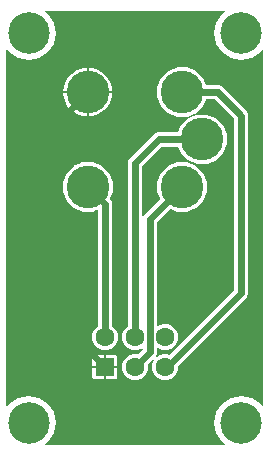
<source format=gbr>
G04 EAGLE Gerber RS-274X export*
G75*
%MOMM*%
%FSLAX34Y34*%
%LPD*%
%INBottom Copper*%
%IPPOS*%
%AMOC8*
5,1,8,0,0,1.08239X$1,22.5*%
G01*
%ADD10C,3.606800*%
%ADD11R,1.605000X1.605000*%
%ADD12C,1.605000*%
%ADD13C,3.516000*%
%ADD14C,0.609600*%

G36*
X175705Y41171D02*
X175705Y41171D01*
X175757Y41172D01*
X175802Y41191D01*
X175850Y41200D01*
X175893Y41230D01*
X175941Y41251D01*
X175975Y41286D01*
X176015Y41313D01*
X176044Y41357D01*
X176081Y41395D01*
X176098Y41440D01*
X176125Y41481D01*
X176134Y41533D01*
X176153Y41582D01*
X176152Y41630D01*
X176160Y41678D01*
X176149Y41730D01*
X176147Y41782D01*
X176127Y41826D01*
X176117Y41874D01*
X176086Y41917D01*
X176065Y41965D01*
X176026Y42002D01*
X176001Y42037D01*
X175968Y42058D01*
X175935Y42090D01*
X173630Y43630D01*
X168611Y51141D01*
X166849Y60000D01*
X168611Y68859D01*
X173630Y76370D01*
X181141Y81389D01*
X190000Y83151D01*
X198859Y81389D01*
X206370Y76370D01*
X207894Y74089D01*
X207931Y74052D01*
X207961Y74008D01*
X208002Y73982D01*
X208036Y73948D01*
X208085Y73928D01*
X208129Y73899D01*
X208177Y73891D01*
X208222Y73872D01*
X208275Y73873D01*
X208326Y73864D01*
X208374Y73874D01*
X208423Y73875D01*
X208471Y73896D01*
X208522Y73907D01*
X208562Y73935D01*
X208606Y73955D01*
X208643Y73993D01*
X208685Y74023D01*
X208711Y74065D01*
X208745Y74100D01*
X208764Y74149D01*
X208791Y74193D01*
X208801Y74247D01*
X208816Y74287D01*
X208815Y74325D01*
X208823Y74371D01*
X208823Y375629D01*
X208813Y375681D01*
X208812Y375733D01*
X208793Y375778D01*
X208784Y375826D01*
X208754Y375869D01*
X208733Y375917D01*
X208698Y375951D01*
X208671Y375992D01*
X208627Y376020D01*
X208589Y376057D01*
X208544Y376074D01*
X208503Y376101D01*
X208451Y376110D01*
X208402Y376129D01*
X208354Y376128D01*
X208306Y376136D01*
X208254Y376125D01*
X208202Y376123D01*
X208158Y376103D01*
X208110Y376093D01*
X208067Y376062D01*
X208019Y376041D01*
X207982Y376002D01*
X207947Y375977D01*
X207926Y375944D01*
X207894Y375911D01*
X206370Y373630D01*
X198859Y368611D01*
X190000Y366849D01*
X181141Y368611D01*
X173630Y373630D01*
X168611Y381141D01*
X166849Y390000D01*
X168611Y398859D01*
X173630Y406370D01*
X175911Y407894D01*
X175948Y407931D01*
X175992Y407961D01*
X176018Y408002D01*
X176052Y408036D01*
X176072Y408085D01*
X176101Y408129D01*
X176109Y408177D01*
X176128Y408222D01*
X176127Y408275D01*
X176136Y408326D01*
X176126Y408374D01*
X176125Y408423D01*
X176104Y408471D01*
X176093Y408522D01*
X176065Y408562D01*
X176045Y408606D01*
X176007Y408643D01*
X175977Y408685D01*
X175935Y408711D01*
X175900Y408745D01*
X175851Y408764D01*
X175807Y408791D01*
X175753Y408801D01*
X175713Y408816D01*
X175675Y408815D01*
X175629Y408823D01*
X24371Y408823D01*
X24319Y408813D01*
X24267Y408812D01*
X24222Y408793D01*
X24174Y408784D01*
X24131Y408754D01*
X24083Y408733D01*
X24049Y408698D01*
X24008Y408671D01*
X23980Y408627D01*
X23943Y408589D01*
X23926Y408544D01*
X23899Y408503D01*
X23890Y408451D01*
X23871Y408402D01*
X23872Y408354D01*
X23864Y408306D01*
X23875Y408254D01*
X23877Y408202D01*
X23897Y408158D01*
X23907Y408110D01*
X23938Y408067D01*
X23959Y408019D01*
X23998Y407982D01*
X24023Y407947D01*
X24056Y407926D01*
X24089Y407894D01*
X26370Y406370D01*
X31389Y398859D01*
X33151Y390000D01*
X31389Y381141D01*
X26370Y373630D01*
X18859Y368611D01*
X10000Y366849D01*
X1141Y368611D01*
X-6370Y373630D01*
X-7894Y375911D01*
X-7931Y375948D01*
X-7961Y375992D01*
X-8002Y376018D01*
X-8036Y376052D01*
X-8085Y376072D01*
X-8129Y376101D01*
X-8177Y376109D01*
X-8222Y376128D01*
X-8275Y376127D01*
X-8326Y376136D01*
X-8374Y376126D01*
X-8423Y376125D01*
X-8471Y376104D01*
X-8522Y376093D01*
X-8562Y376065D01*
X-8606Y376045D01*
X-8643Y376007D01*
X-8685Y375977D01*
X-8711Y375935D01*
X-8745Y375900D01*
X-8764Y375851D01*
X-8791Y375807D01*
X-8801Y375753D01*
X-8816Y375713D01*
X-8815Y375675D01*
X-8823Y375629D01*
X-8823Y74371D01*
X-8813Y74319D01*
X-8812Y74267D01*
X-8793Y74222D01*
X-8784Y74174D01*
X-8754Y74131D01*
X-8733Y74083D01*
X-8698Y74049D01*
X-8671Y74008D01*
X-8627Y73980D01*
X-8589Y73943D01*
X-8544Y73926D01*
X-8503Y73899D01*
X-8451Y73890D01*
X-8402Y73871D01*
X-8354Y73872D01*
X-8306Y73864D01*
X-8254Y73875D01*
X-8202Y73877D01*
X-8158Y73897D01*
X-8110Y73907D01*
X-8067Y73938D01*
X-8019Y73959D01*
X-7982Y73998D01*
X-7947Y74023D01*
X-7926Y74056D01*
X-7894Y74089D01*
X-6370Y76370D01*
X1141Y81389D01*
X10000Y83151D01*
X18859Y81389D01*
X26370Y76370D01*
X31389Y68859D01*
X33151Y60000D01*
X31389Y51141D01*
X26370Y43630D01*
X24065Y42090D01*
X24028Y42052D01*
X23985Y42023D01*
X23958Y41982D01*
X23924Y41948D01*
X23904Y41899D01*
X23875Y41855D01*
X23867Y41807D01*
X23848Y41762D01*
X23849Y41709D01*
X23840Y41658D01*
X23850Y41610D01*
X23851Y41561D01*
X23872Y41513D01*
X23883Y41462D01*
X23911Y41422D01*
X23931Y41378D01*
X23969Y41341D01*
X23999Y41299D01*
X24041Y41273D01*
X24076Y41239D01*
X24125Y41220D01*
X24170Y41193D01*
X24223Y41183D01*
X24263Y41168D01*
X24301Y41169D01*
X24347Y41161D01*
X175653Y41161D01*
X175705Y41171D01*
G37*
%LPC*%
G36*
X97807Y96274D02*
X97807Y96274D01*
X93754Y97953D01*
X90653Y101054D01*
X88974Y105107D01*
X88974Y109493D01*
X90653Y113546D01*
X93754Y116647D01*
X94076Y116781D01*
X94077Y116781D01*
X95301Y117288D01*
X96526Y117795D01*
X97750Y118302D01*
X97807Y118326D01*
X102261Y118326D01*
X102269Y118327D01*
X102277Y118326D01*
X102367Y118347D01*
X102458Y118365D01*
X102464Y118370D01*
X102472Y118372D01*
X102620Y118474D01*
X106400Y122254D01*
X106404Y122260D01*
X106410Y122265D01*
X106459Y122344D01*
X106511Y122421D01*
X106512Y122429D01*
X106516Y122435D01*
X106548Y122613D01*
X106548Y122719D01*
X106547Y122723D01*
X106548Y122727D01*
X106528Y122821D01*
X106509Y122916D01*
X106506Y122919D01*
X106506Y122923D01*
X106450Y123002D01*
X106396Y123081D01*
X106393Y123084D01*
X106390Y123087D01*
X106308Y123138D01*
X106228Y123191D01*
X106224Y123191D01*
X106221Y123193D01*
X106125Y123209D01*
X106031Y123226D01*
X106027Y123225D01*
X106023Y123226D01*
X105847Y123188D01*
X104883Y122788D01*
X103658Y122281D01*
X102434Y121774D01*
X102193Y121674D01*
X97807Y121674D01*
X93754Y123353D01*
X90653Y126454D01*
X88974Y130507D01*
X88974Y134893D01*
X90653Y138946D01*
X93803Y142095D01*
X93807Y142102D01*
X93813Y142107D01*
X93862Y142185D01*
X93914Y142262D01*
X93915Y142270D01*
X93919Y142277D01*
X93951Y142454D01*
X93951Y281203D01*
X94872Y283426D01*
X116574Y305128D01*
X117418Y305478D01*
X118642Y305985D01*
X118643Y305985D01*
X118797Y306049D01*
X135899Y306049D01*
X135905Y306050D01*
X135912Y306049D01*
X136003Y306070D01*
X136095Y306088D01*
X136101Y306092D01*
X136107Y306093D01*
X136184Y306148D01*
X136261Y306201D01*
X136265Y306206D01*
X136270Y306210D01*
X136367Y306362D01*
X138668Y311915D01*
X144585Y317832D01*
X145373Y318159D01*
X146597Y318666D01*
X146598Y318666D01*
X147822Y319173D01*
X149047Y319681D01*
X150271Y320188D01*
X151496Y320695D01*
X152316Y321035D01*
X160684Y321035D01*
X168415Y317832D01*
X174332Y311915D01*
X177535Y304184D01*
X177535Y295816D01*
X174332Y288085D01*
X168415Y282168D01*
X168167Y282065D01*
X166943Y281558D01*
X165718Y281050D01*
X164493Y280543D01*
X163269Y280036D01*
X162044Y279529D01*
X160820Y279021D01*
X160819Y279021D01*
X160684Y278965D01*
X152316Y278965D01*
X144585Y282168D01*
X138668Y288085D01*
X136367Y293638D01*
X136364Y293644D01*
X136362Y293650D01*
X136308Y293727D01*
X136256Y293805D01*
X136250Y293808D01*
X136246Y293813D01*
X136166Y293863D01*
X136088Y293915D01*
X136082Y293916D01*
X136076Y293919D01*
X135899Y293951D01*
X122716Y293951D01*
X122708Y293950D01*
X122700Y293951D01*
X122610Y293930D01*
X122519Y293912D01*
X122513Y293907D01*
X122505Y293905D01*
X122357Y293803D01*
X106197Y277643D01*
X106193Y277637D01*
X106187Y277632D01*
X106138Y277553D01*
X106086Y277476D01*
X106085Y277468D01*
X106081Y277462D01*
X106049Y277284D01*
X106049Y235144D01*
X106049Y235143D01*
X106049Y235142D01*
X106068Y235046D01*
X106088Y234948D01*
X106089Y234947D01*
X106089Y234945D01*
X106145Y234865D01*
X106201Y234782D01*
X106202Y234781D01*
X106203Y234780D01*
X106290Y234724D01*
X106369Y234673D01*
X106370Y234673D01*
X106371Y234672D01*
X106470Y234654D01*
X106566Y234637D01*
X106568Y234637D01*
X106569Y234637D01*
X106665Y234659D01*
X106762Y234681D01*
X106763Y234681D01*
X106764Y234682D01*
X106845Y234740D01*
X106925Y234797D01*
X106926Y234798D01*
X106927Y234799D01*
X107025Y234950D01*
X107469Y236023D01*
X109242Y237796D01*
X121156Y249710D01*
X121159Y249715D01*
X121165Y249719D01*
X121214Y249798D01*
X121267Y249877D01*
X121268Y249883D01*
X121271Y249889D01*
X121287Y249982D01*
X121304Y250074D01*
X121303Y250080D01*
X121304Y250087D01*
X121266Y250263D01*
X118965Y255816D01*
X118965Y264184D01*
X122168Y271915D01*
X128085Y277832D01*
X128697Y278086D01*
X129922Y278593D01*
X131146Y279101D01*
X131147Y279101D01*
X132371Y279608D01*
X133596Y280115D01*
X134820Y280622D01*
X135816Y281035D01*
X144184Y281035D01*
X151915Y277832D01*
X157832Y271915D01*
X161035Y264184D01*
X161035Y255816D01*
X157832Y248085D01*
X151915Y242168D01*
X151492Y241992D01*
X151491Y241992D01*
X150267Y241485D01*
X149042Y240978D01*
X147818Y240470D01*
X146593Y239963D01*
X145369Y239456D01*
X145368Y239456D01*
X144184Y238965D01*
X135816Y238965D01*
X130263Y241266D01*
X130256Y241267D01*
X130251Y241270D01*
X130158Y241286D01*
X130066Y241304D01*
X130059Y241303D01*
X130053Y241304D01*
X129962Y241283D01*
X129870Y241264D01*
X129864Y241260D01*
X129858Y241258D01*
X129710Y241156D01*
X118794Y230240D01*
X118790Y230234D01*
X118784Y230229D01*
X118735Y230150D01*
X118683Y230073D01*
X118682Y230065D01*
X118678Y230059D01*
X118646Y229881D01*
X118646Y142596D01*
X118647Y142592D01*
X118646Y142588D01*
X118666Y142494D01*
X118685Y142399D01*
X118688Y142396D01*
X118688Y142392D01*
X118744Y142313D01*
X118798Y142233D01*
X118801Y142231D01*
X118804Y142228D01*
X118886Y142176D01*
X118966Y142124D01*
X118970Y142123D01*
X118973Y142121D01*
X119069Y142106D01*
X119163Y142088D01*
X119167Y142089D01*
X119171Y142089D01*
X119347Y142127D01*
X119386Y142143D01*
X120611Y142650D01*
X121835Y143158D01*
X123060Y143665D01*
X123207Y143726D01*
X127593Y143726D01*
X131646Y142047D01*
X134747Y138946D01*
X136426Y134893D01*
X136426Y130507D01*
X134747Y126454D01*
X131646Y123353D01*
X131508Y123296D01*
X131507Y123296D01*
X130283Y122788D01*
X129058Y122281D01*
X127834Y121774D01*
X127593Y121674D01*
X123207Y121674D01*
X119347Y123273D01*
X119343Y123274D01*
X119340Y123276D01*
X119245Y123293D01*
X119150Y123312D01*
X119147Y123311D01*
X119143Y123312D01*
X119048Y123290D01*
X118954Y123271D01*
X118951Y123269D01*
X118947Y123268D01*
X118868Y123212D01*
X118789Y123158D01*
X118787Y123154D01*
X118784Y123152D01*
X118733Y123070D01*
X118680Y122989D01*
X118680Y122985D01*
X118678Y122982D01*
X118646Y122804D01*
X118646Y118694D01*
X117815Y116688D01*
X117814Y116686D01*
X117814Y116685D01*
X117795Y116586D01*
X117776Y116491D01*
X117776Y116490D01*
X117776Y116488D01*
X117796Y116394D01*
X117817Y116295D01*
X117817Y116293D01*
X117818Y116292D01*
X117875Y116210D01*
X117930Y116129D01*
X117931Y116129D01*
X117932Y116128D01*
X118018Y116073D01*
X118099Y116021D01*
X118100Y116021D01*
X118101Y116020D01*
X118197Y116004D01*
X118296Y115986D01*
X118298Y115987D01*
X118299Y115986D01*
X118394Y116009D01*
X118492Y116031D01*
X118493Y116032D01*
X118494Y116032D01*
X118642Y116135D01*
X119154Y116647D01*
X119476Y116781D01*
X119477Y116781D01*
X120701Y117288D01*
X121926Y117795D01*
X123150Y118302D01*
X123207Y118326D01*
X127593Y118326D01*
X128820Y117817D01*
X128827Y117816D01*
X128832Y117813D01*
X128925Y117797D01*
X129017Y117779D01*
X129024Y117780D01*
X129030Y117779D01*
X129121Y117800D01*
X129213Y117819D01*
X129219Y117823D01*
X129225Y117825D01*
X129373Y117927D01*
X183803Y172357D01*
X183807Y172363D01*
X183813Y172368D01*
X183862Y172447D01*
X183914Y172524D01*
X183915Y172532D01*
X183919Y172538D01*
X183951Y172716D01*
X183951Y317284D01*
X183950Y317292D01*
X183951Y317300D01*
X183930Y317390D01*
X183912Y317481D01*
X183907Y317487D01*
X183905Y317495D01*
X183803Y317643D01*
X167643Y333803D01*
X167637Y333807D01*
X167632Y333813D01*
X167553Y333862D01*
X167476Y333914D01*
X167468Y333915D01*
X167462Y333919D01*
X167284Y333951D01*
X160601Y333951D01*
X160595Y333950D01*
X160588Y333951D01*
X160497Y333930D01*
X160405Y333912D01*
X160399Y333908D01*
X160393Y333907D01*
X160316Y333852D01*
X160239Y333799D01*
X160235Y333794D01*
X160230Y333790D01*
X160133Y333638D01*
X157832Y328085D01*
X151915Y322168D01*
X151843Y322138D01*
X150618Y321630D01*
X149394Y321123D01*
X148169Y320616D01*
X146944Y320109D01*
X145720Y319601D01*
X144495Y319094D01*
X144184Y318965D01*
X135816Y318965D01*
X128085Y322168D01*
X122168Y328085D01*
X118965Y335816D01*
X118965Y344184D01*
X122168Y351915D01*
X128085Y357832D01*
X129048Y358232D01*
X129049Y358232D01*
X130273Y358739D01*
X131498Y359246D01*
X132722Y359753D01*
X133947Y360261D01*
X135171Y360768D01*
X135172Y360768D01*
X135816Y361035D01*
X144184Y361035D01*
X151915Y357832D01*
X157832Y351915D01*
X160133Y346362D01*
X160136Y346356D01*
X160138Y346350D01*
X160192Y346273D01*
X160244Y346195D01*
X160250Y346192D01*
X160254Y346187D01*
X160334Y346137D01*
X160412Y346085D01*
X160418Y346084D01*
X160424Y346081D01*
X160601Y346049D01*
X171203Y346049D01*
X173426Y345128D01*
X195128Y323426D01*
X196049Y321203D01*
X196049Y168797D01*
X195128Y166574D01*
X136574Y108020D01*
X136570Y108014D01*
X136564Y108009D01*
X136515Y107930D01*
X136463Y107853D01*
X136462Y107845D01*
X136458Y107839D01*
X136426Y107661D01*
X136426Y105107D01*
X134747Y101054D01*
X131646Y97953D01*
X131598Y97933D01*
X130374Y97426D01*
X130373Y97426D01*
X129149Y96919D01*
X127924Y96411D01*
X127593Y96274D01*
X123207Y96274D01*
X119154Y97953D01*
X116053Y101054D01*
X114374Y105107D01*
X114374Y109493D01*
X115963Y113329D01*
X115963Y113330D01*
X115964Y113331D01*
X115983Y113429D01*
X116002Y113525D01*
X116001Y113527D01*
X116002Y113528D01*
X115981Y113625D01*
X115961Y113722D01*
X115960Y113723D01*
X115960Y113724D01*
X115902Y113807D01*
X115848Y113887D01*
X115846Y113888D01*
X115846Y113889D01*
X115762Y113942D01*
X115679Y113995D01*
X115678Y113996D01*
X115676Y113996D01*
X115580Y114013D01*
X115481Y114030D01*
X115480Y114030D01*
X115479Y114030D01*
X115384Y114008D01*
X115286Y113985D01*
X115285Y113985D01*
X115284Y113984D01*
X115136Y113881D01*
X111174Y109920D01*
X111170Y109914D01*
X111164Y109909D01*
X111115Y109830D01*
X111063Y109753D01*
X111062Y109745D01*
X111058Y109739D01*
X111026Y109561D01*
X111026Y105107D01*
X109347Y101054D01*
X106246Y97953D01*
X106198Y97933D01*
X104974Y97426D01*
X104973Y97426D01*
X103749Y96919D01*
X102524Y96411D01*
X102193Y96274D01*
X97807Y96274D01*
G37*
%LPD*%
%LPC*%
G36*
X72407Y121674D02*
X72407Y121674D01*
X68354Y123353D01*
X65253Y126454D01*
X63574Y130507D01*
X63574Y134893D01*
X65253Y138946D01*
X68403Y142095D01*
X68407Y142102D01*
X68413Y142107D01*
X68462Y142185D01*
X68514Y142262D01*
X68515Y142270D01*
X68519Y142277D01*
X68551Y142454D01*
X68551Y240015D01*
X68550Y240019D01*
X68551Y240023D01*
X68531Y240117D01*
X68512Y240212D01*
X68509Y240215D01*
X68509Y240219D01*
X68453Y240298D01*
X68399Y240377D01*
X68396Y240380D01*
X68393Y240383D01*
X68311Y240434D01*
X68231Y240487D01*
X68227Y240487D01*
X68224Y240489D01*
X68128Y240505D01*
X68034Y240522D01*
X68030Y240521D01*
X68026Y240522D01*
X67850Y240484D01*
X67818Y240470D01*
X66593Y239963D01*
X65369Y239456D01*
X65368Y239456D01*
X64184Y238965D01*
X55816Y238965D01*
X48085Y242168D01*
X42168Y248085D01*
X38965Y255816D01*
X38965Y264184D01*
X42168Y271915D01*
X48085Y277832D01*
X48697Y278086D01*
X49922Y278593D01*
X51146Y279101D01*
X51147Y279101D01*
X52371Y279608D01*
X53596Y280115D01*
X54820Y280622D01*
X55816Y281035D01*
X64184Y281035D01*
X71915Y277832D01*
X77832Y271915D01*
X81035Y264184D01*
X81035Y255816D01*
X78734Y250263D01*
X78733Y250256D01*
X78730Y250251D01*
X78714Y250158D01*
X78696Y250066D01*
X78697Y250059D01*
X78696Y250053D01*
X78718Y249961D01*
X78736Y249870D01*
X78740Y249864D01*
X78742Y249858D01*
X78844Y249710D01*
X79728Y248826D01*
X80649Y246603D01*
X80649Y142454D01*
X80650Y142446D01*
X80649Y142439D01*
X80670Y142349D01*
X80688Y142258D01*
X80693Y142251D01*
X80695Y142243D01*
X80797Y142095D01*
X83947Y138946D01*
X85626Y134893D01*
X85626Y130507D01*
X83947Y126454D01*
X80846Y123353D01*
X80708Y123296D01*
X80707Y123296D01*
X79483Y122788D01*
X78258Y122281D01*
X77034Y121774D01*
X76793Y121674D01*
X72407Y121674D01*
G37*
%LPD*%
%LPC*%
G36*
X61015Y341015D02*
X61015Y341015D01*
X61015Y360575D01*
X61349Y360575D01*
X64023Y360223D01*
X66628Y359525D01*
X69120Y358493D01*
X71455Y357144D01*
X73595Y355502D01*
X75502Y353595D01*
X77144Y351455D01*
X78493Y349120D01*
X79525Y346628D01*
X80223Y344023D01*
X80575Y341349D01*
X80575Y341015D01*
X61015Y341015D01*
G37*
%LPD*%
%LPC*%
G36*
X61015Y319425D02*
X61015Y319425D01*
X61015Y338985D01*
X80575Y338985D01*
X80575Y338651D01*
X80223Y335977D01*
X79525Y333372D01*
X78493Y330880D01*
X77144Y328545D01*
X75502Y326405D01*
X73595Y324498D01*
X71455Y322856D01*
X69120Y321507D01*
X68192Y321123D01*
X68191Y321123D01*
X66967Y320616D01*
X66628Y320475D01*
X64023Y319777D01*
X61349Y319425D01*
X61015Y319425D01*
G37*
%LPD*%
%LPC*%
G36*
X39425Y341015D02*
X39425Y341015D01*
X39425Y341349D01*
X39777Y344023D01*
X40475Y346628D01*
X41507Y349120D01*
X42856Y351455D01*
X44498Y353595D01*
X46405Y355502D01*
X48545Y357144D01*
X50880Y358493D01*
X51475Y358739D01*
X52700Y359246D01*
X53372Y359525D01*
X55977Y360223D01*
X58651Y360575D01*
X58985Y360575D01*
X58985Y341015D01*
X39425Y341015D01*
G37*
%LPD*%
%LPC*%
G36*
X58651Y319425D02*
X58651Y319425D01*
X55977Y319777D01*
X53372Y320475D01*
X50880Y321507D01*
X48545Y322856D01*
X46405Y324498D01*
X44498Y326405D01*
X42856Y328545D01*
X41507Y330880D01*
X40475Y333372D01*
X39777Y335977D01*
X39425Y338651D01*
X39425Y338985D01*
X58985Y338985D01*
X58985Y319425D01*
X58651Y319425D01*
G37*
%LPD*%
%LPC*%
G36*
X75615Y108315D02*
X75615Y108315D01*
X75615Y117866D01*
X82960Y117866D01*
X83606Y117693D01*
X84185Y117358D01*
X84658Y116885D01*
X84993Y116306D01*
X85166Y115660D01*
X85166Y108315D01*
X75615Y108315D01*
G37*
%LPD*%
%LPC*%
G36*
X64034Y108315D02*
X64034Y108315D01*
X64034Y115660D01*
X64207Y116306D01*
X64542Y116885D01*
X65015Y117358D01*
X65594Y117693D01*
X66240Y117866D01*
X73585Y117866D01*
X73585Y108315D01*
X64034Y108315D01*
G37*
%LPD*%
%LPC*%
G36*
X75615Y96734D02*
X75615Y96734D01*
X75615Y106285D01*
X85166Y106285D01*
X85166Y98940D01*
X84993Y98294D01*
X84658Y97715D01*
X84185Y97242D01*
X83606Y96907D01*
X82960Y96734D01*
X75615Y96734D01*
G37*
%LPD*%
%LPC*%
G36*
X66240Y96734D02*
X66240Y96734D01*
X65594Y96907D01*
X65015Y97242D01*
X64542Y97715D01*
X64207Y98294D01*
X64034Y98940D01*
X64034Y106285D01*
X73585Y106285D01*
X73585Y96734D01*
X66240Y96734D01*
G37*
%LPD*%
%LPC*%
G36*
X59999Y339999D02*
X59999Y339999D01*
X59999Y340001D01*
X60001Y340001D01*
X60001Y339999D01*
X59999Y339999D01*
G37*
%LPD*%
%LPC*%
G36*
X74599Y107299D02*
X74599Y107299D01*
X74599Y107301D01*
X74601Y107301D01*
X74601Y107299D01*
X74599Y107299D01*
G37*
%LPD*%
D10*
X156500Y300000D03*
X60000Y260000D03*
X60000Y340000D03*
X140000Y340000D03*
X140000Y260000D03*
D11*
X74600Y107300D03*
D12*
X74600Y132700D03*
X100000Y107300D03*
X100000Y132700D03*
X125400Y107300D03*
X125400Y132700D03*
D13*
X10000Y60000D03*
X190000Y60000D03*
X10000Y390000D03*
X190000Y390000D03*
D14*
X30000Y151900D02*
X74600Y107300D01*
X30000Y151900D02*
X30000Y310000D01*
X60000Y340000D01*
X60000Y260000D02*
X74600Y245400D01*
X74600Y132700D01*
X120000Y300000D02*
X156500Y300000D01*
X120000Y300000D02*
X100000Y280000D01*
X100000Y132700D01*
X112597Y119897D02*
X100000Y107300D01*
X112597Y232597D02*
X140000Y260000D01*
X112597Y232597D02*
X112597Y119897D01*
X140000Y340000D02*
X170000Y340000D01*
X190000Y320000D01*
X190000Y170000D01*
X127300Y107300D02*
X125400Y107300D01*
X127300Y107300D02*
X190000Y170000D01*
M02*

</source>
